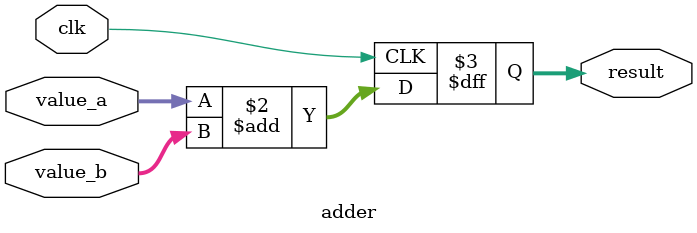
<source format=v>
`default_nettype none
module adder #(
  parameter c_WIDTH = 4
) (
  input wire clk,
  input wire [c_WIDTH-1:0] value_a,
  input wire [c_WIDTH-1:0] value_b,
  output reg [c_WIDTH:0] result
);

always @(posedge clk) begin
  result <= value_a + value_b;
end

endmodule

</source>
